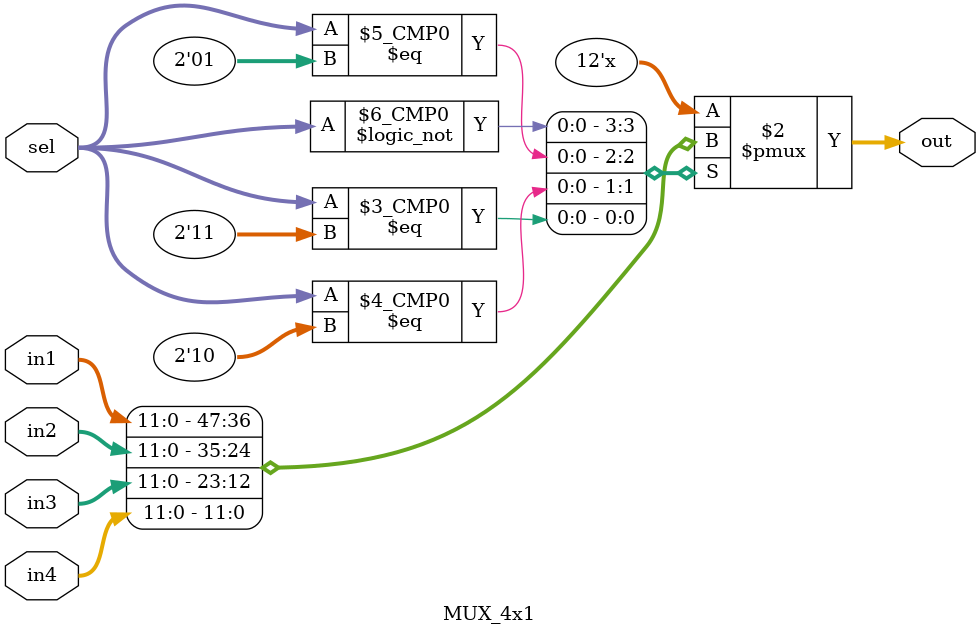
<source format=v>
module MUX_4x1 #(
    parameter  data_width=12
) (
    input   wire [data_width-1:0]          in1,
    input   wire [data_width-1:0]          in2,
    input   wire [data_width-1:0]          in3,
    input   wire [data_width-1:0]          in4,
    input   wire [1:0]                     sel,
    output  reg  [data_width-1:0]          out
);

always @(*) 
 begin
    case (sel)
        2'b00: out=in1;
         
        2'b01: out=in2;
        
        2'b10: out=in3;
        
        2'b11: out=in4;
        
      default: out=in1;
   endcase    
 end   
endmodule
</source>
